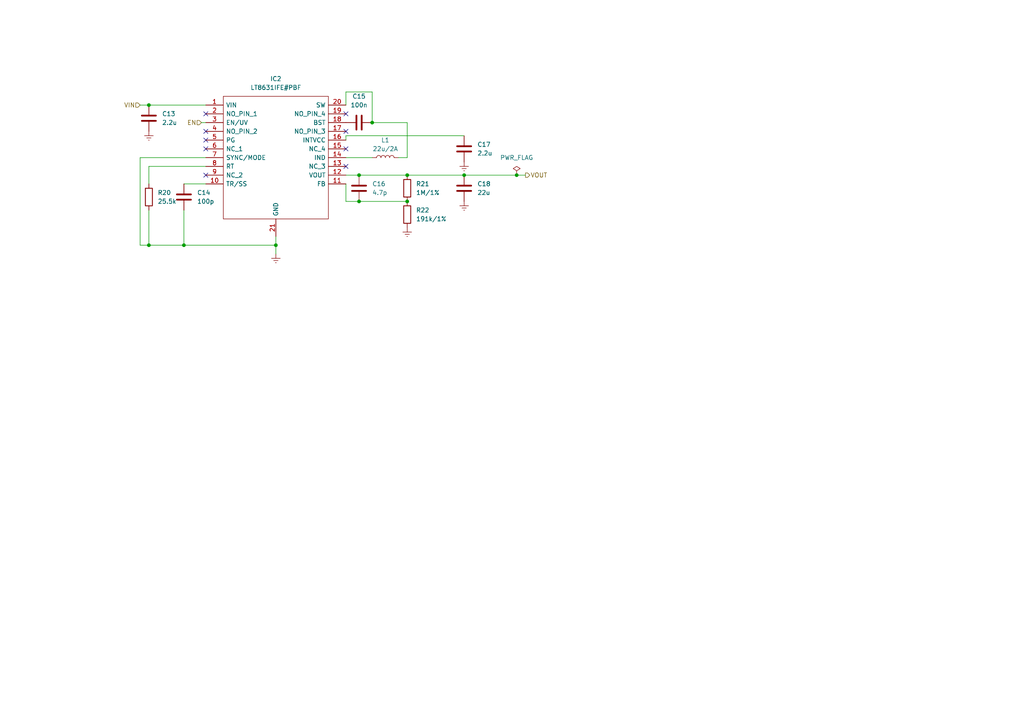
<source format=kicad_sch>
(kicad_sch (version 20231120) (generator "eeschema") (generator_version "8.0")
  (paper "A4")
  (lib_symbols
    (symbol "Device:C" (pin_numbers hide) (pin_names (offset 0.254))
      (property "Reference" "C" (at 0.635 2.54 0))
      (property "Value" "C" (at 0.635 -2.54 0))
      (symbol "C_0_1"
        (polyline (pts (xy -2.032 -0.762) (xy 2.032 -0.762)) (stroke (width 0.508)))
        (polyline (pts (xy -2.032 0.762) (xy 2.032 0.762)) (stroke (width 0.508)))
      )
      (symbol "C_1_1"
        (pin passive line (at 0 3.81 270) (length 2.794) (name "~") (number "1"))
        (pin passive line (at 0 -3.81 90) (length 2.794) (name "~") (number "2"))
      )
    )
    (symbol "Device:L" (pin_numbers hide) (pin_names (offset 1.016) hide)
      (property "Reference" "L" (at -1.27 0 90))
      (property "Value" "L" (at 1.905 0 90))
      (symbol "L_0_1"
        (arc (start 0 -2.54) (mid 0.6323 -1.905) (end 0 -1.27))
        (arc (start 0 -1.27) (mid 0.6323 -0.635) (end 0 0))
        (arc (start 0 0) (mid 0.6323 0.635) (end 0 1.27))
        (arc (start 0 1.27) (mid 0.6323 1.905) (end 0 2.54))
      )
      (symbol "L_1_1"
        (pin passive line (at 0 3.81 270) (length 1.27) (name "1") (number "1"))
        (pin passive line (at 0 -3.81 90) (length 1.27) (name "2") (number "2"))
      )
    )
    (symbol "Device:R" (pin_numbers hide) (pin_names (offset 0))
      (property "Reference" "R" (at 2.032 0 90))
      (property "Value" "R" (at 0 0 90))
      (symbol "R_0_1"
        (rectangle (start -1.016 -2.54) (end 1.016 2.54) (stroke (width 0.254)))
      )
      (symbol "R_1_1"
        (pin passive line (at 0 3.81 270) (length 1.27) (name "~") (number "1"))
        (pin passive line (at 0 -3.81 90) (length 1.27) (name "~") (number "2"))
      )
    )
    (symbol "Samacsys:LT8631IFE#PBF" (pin_names (offset 0.762))
      (property "Reference" "IC" (at 36.83 7.62 0))
      (property "Value" "LT8631IFE#PBF" (at 36.83 5.08 0))
      (symbol "LT8631IFE#PBF_0_0"
        (pin passive line (at 0 0 0) (length 5.08) (name "VIN") (number "1"))
        (pin passive line (at 0 -22.86 0) (length 5.08) (name "TR/SS") (number "10"))
        (pin passive line (at 40.64 -22.86 180) (length 5.08) (name "FB") (number "11"))
        (pin passive line (at 40.64 -20.32 180) (length 5.08) (name "VOUT") (number "12"))
        (pin passive line (at 40.64 -17.78 180) (length 5.08) (name "NC_3") (number "13"))
        (pin passive line (at 40.64 -15.24 180) (length 5.08) (name "IND") (number "14"))
        (pin passive line (at 40.64 -12.7 180) (length 5.08) (name "NC_4") (number "15"))
        (pin passive line (at 40.64 -10.16 180) (length 5.08) (name "INTVCC") (number "16"))
        (pin passive line (at 40.64 -7.62 180) (length 5.08) (name "NO_PIN_3") (number "17"))
        (pin passive line (at 40.64 -5.08 180) (length 5.08) (name "BST") (number "18"))
        (pin passive line (at 40.64 -2.54 180) (length 5.08) (name "NO_PIN_4") (number "19"))
        (pin passive line (at 0 -2.54 0) (length 5.08) (name "NO_PIN_1") (number "2"))
        (pin passive line (at 40.64 0 180) (length 5.08) (name "SW") (number "20"))
        (pin passive line (at 20.32 -38.1 90) (length 5.08) (name "GND") (number "21"))
        (pin passive line (at 0 -5.08 0) (length 5.08) (name "EN/UV") (number "3"))
        (pin passive line (at 0 -7.62 0) (length 5.08) (name "NO_PIN_2") (number "4"))
        (pin passive line (at 0 -10.16 0) (length 5.08) (name "PG") (number "5"))
        (pin passive line (at 0 -12.7 0) (length 5.08) (name "NC_1") (number "6"))
        (pin passive line (at 0 -15.24 0) (length 5.08) (name "SYNC/MODE") (number "7"))
        (pin passive line (at 0 -17.78 0) (length 5.08) (name "RT") (number "8"))
        (pin passive line (at 0 -20.32 0) (length 5.08) (name "NC_2") (number "9"))
      )
      (symbol "LT8631IFE#PBF_0_1"
        (polyline (pts (xy 5.08 2.54) (xy 35.56 2.54) (xy 35.56 -33.02) (xy 5.08 -33.02) (xy 5.08 2.54)) (stroke (width 0.1524)))
      )
    )
    (symbol "power:Earth" (power) (pin_names (offset 0))
      (symbol "Earth_0_1"
        (polyline (pts (xy -0.635 -1.905) (xy 0.635 -1.905)))
        (polyline (pts (xy -0.127 -2.54) (xy 0.127 -2.54)))
        (polyline (pts (xy 0 -1.27) (xy 0 0)))
        (polyline (pts (xy 1.27 -1.27) (xy -1.27 -1.27)))
      )
      (symbol "Earth_1_1"
        (pin power_in line (at 0 0 270) (length 0) hide (name "Earth") (number "1"))
      )
    )
    (symbol "power:PWR_FLAG" (power) (pin_numbers hide) (pin_names (offset 0) hide)
      (property "Value" "PWR_FLAG" (at 0 3.81 0))
      (symbol "PWR_FLAG_0_0"
        (pin power_out line (at 0 0 90) (length 0) (name "~") (number "1"))
      )
      (symbol "PWR_FLAG_0_1"
        (polyline (pts (xy 0 0) (xy 0 1.27) (xy -1.016 1.905) (xy 0 2.54) (xy 1.016 1.905) (xy 0 1.27)))
      )
    )
  )
  (junction (at 104.14 58.42))
  (junction (at 118.11 58.42))
  (junction (at 43.18 30.48))
  (junction (at 80.01 71.12))
  (junction (at 104.14 50.8))
  (junction (at 43.18 71.12))
  (junction (at 107.95 35.56))
  (junction (at 53.34 71.12))
  (junction (at 134.62 50.8))
  (junction (at 149.86 50.8))
  (junction (at 118.11 50.8))
  (no_connect (at 59.69 33.02))
  (no_connect (at 59.69 43.18))
  (no_connect (at 100.33 33.02))
  (no_connect (at 100.33 43.18))
  (no_connect (at 100.33 38.1))
  (no_connect (at 100.33 48.26))
  (no_connect (at 59.69 40.64))
  (no_connect (at 59.69 50.8))
  (no_connect (at 59.69 38.1))
  (wire (pts (xy 104.14 58.42) (xy 118.11 58.42)))
  (wire (pts (xy 40.64 71.12) (xy 43.18 71.12)))
  (wire (pts (xy 107.95 35.56) (xy 118.11 35.56)))
  (wire (pts (xy 53.34 71.12) (xy 80.01 71.12)))
  (wire (pts (xy 134.62 50.8) (xy 149.86 50.8)))
  (wire (pts (xy 80.01 73.66) (xy 80.01 71.12)))
  (wire (pts (xy 59.69 48.26) (xy 43.18 48.26)))
  (wire (pts (xy 58.42 35.56) (xy 59.69 35.56)))
  (wire (pts (xy 118.11 45.72) (xy 115.57 45.72)))
  (wire (pts (xy 107.95 26.67) (xy 107.95 35.56)))
  (wire (pts (xy 80.01 71.12) (xy 80.01 68.58)))
  (wire (pts (xy 100.33 30.48) (xy 100.33 26.67)))
  (wire (pts (xy 40.64 30.48) (xy 43.18 30.48)))
  (wire (pts (xy 104.14 50.8) (xy 118.11 50.8)))
  (wire (pts (xy 43.18 71.12) (xy 53.34 71.12)))
  (wire (pts (xy 43.18 30.48) (xy 59.69 30.48)))
  (wire (pts (xy 118.11 35.56) (xy 118.11 45.72)))
  (wire (pts (xy 107.95 45.72) (xy 100.33 45.72)))
  (wire (pts (xy 43.18 48.26) (xy 43.18 53.34)))
  (wire (pts (xy 104.14 50.8) (xy 100.33 50.8)))
  (wire (pts (xy 118.11 50.8) (xy 134.62 50.8)))
  (wire (pts (xy 40.64 45.72) (xy 40.64 71.12)))
  (wire (pts (xy 100.33 39.37) (xy 134.62 39.37)))
  (wire (pts (xy 53.34 60.96) (xy 53.34 71.12)))
  (wire (pts (xy 100.33 58.42) (xy 104.14 58.42)))
  (wire (pts (xy 149.86 50.8) (xy 152.4 50.8)))
  (wire (pts (xy 100.33 39.37) (xy 100.33 40.64)))
  (wire (pts (xy 59.69 45.72) (xy 40.64 45.72)))
  (wire (pts (xy 43.18 60.96) (xy 43.18 71.12)))
  (wire (pts (xy 100.33 53.34) (xy 100.33 58.42)))
  (wire (pts (xy 53.34 53.34) (xy 59.69 53.34)))
  (wire (pts (xy 100.33 26.67) (xy 107.95 26.67)))
  (hierarchical_label "EN" (shape input) (at 58.42 35.56 180))
  (hierarchical_label "VIN" (shape input) (at 40.64 30.48 180))
  (hierarchical_label "VOUT" (shape output) (at 152.4 50.8 0))
  (symbol (lib_id "Device:C") (at 134.62 43.18 0) (unit 1)
    (property "Reference" "C17" (at 138.43 41.91 0) (effects (justify left)))
    (property "Value" "2.2u" (at 138.43 44.45 0) (effects (justify left)))
    (property "Footprint" "Capacitor_SMD:C_0603_1608Metric" (effects (hide yes)))
  )
  (symbol (lib_id "power:Earth") (at 80.01 73.66 0) (unit 1)
    (property "Reference" "#PWR031" (effects (hide yes)))
    (property "Value" "Earth" (effects (hide yes)))
    (instances (project "BMS_Slave_V1(ADBMS1818)" (path "" (reference "#PWR031") (unit 1))) (project "BMS_Slave" (path "" (reference "#PWR012") (unit 1))))
  )
  (symbol (lib_id "power:PWR_FLAG") (at 149.86 50.8 0) (unit 1)
    (property "Reference" "#FLG01" (effects (hide yes)))
    (property "Value" "PWR_FLAG" (at 149.86 45.72 0))
    (property "Description" "Special symbol for telling ERC where power comes from" (effects (hide yes)))
  )
  (symbol (lib_id "Device:C") (at 43.18 34.29 0) (unit 1)
    (property "Reference" "C13" (at 46.99 33.02 0) (effects (justify left)))
    (property "Value" "2.2u" (at 46.99 35.56 0) (effects (justify left)))
    (property "Footprint" "Capacitor_SMD:C_2220_5750Metric" (effects (hide yes)))
  )
  (symbol (lib_id "Samacsys:LT8631IFE#PBF") (at 59.69 30.48 0) (unit 1)
    (property "Reference" "IC2" (at 80.01 22.86 0))
    (property "Value" "LT8631IFE#PBF" (at 80.01 25.4 0))
    (property "Footprint" "nturt_kicad_lib_EP6:TSSOP-20 FE20(16) (EP Variation CB)" (effects (hide yes)))
    (property "Datasheet" "https://www.analog.com/media/en/technical-documentation/data-sheets/lt8631.pdf" (effects (hide yes)))
    (property "Description" "Switching Voltage Regulators 100V, 1A Sync uP Buck Reg" (effects (hide yes)))
    (property "Height" "1.2" (effects (hide yes)))
    (property "Mouser Part Number" "584-LT8631IFE#PBF" (effects (hide yes)))
    (property "Mouser Price/Stock" "https://www.mouser.co.uk/ProductDetail/Analog-Devices/LT8631IFEPBF?qs=oahfZPh6IALt9hCBxhtB7A%3D%3D" (effects (hide yes)))
    (property "Manufacturer_Name" "Analog Devices" (effects (hide yes)))
    (property "Manufacturer_Part_Number" "LT8631IFE#PBF" (effects (hide yes)))
  )
  (symbol (lib_id "power:Earth") (at 134.62 58.42 0) (unit 1)
    (property "Reference" "#PWR034" (effects (hide yes)))
    (property "Value" "Earth" (effects (hide yes)))
    (instances (project "BMS_Slave_V1(ADBMS1818)" (path "" (reference "#PWR034") (unit 1))) (project "BMS_Slave" (path "" (reference "#PWR012") (unit 1))))
  )
  (symbol (lib_id "Device:C") (at 53.34 57.15 0) (unit 1)
    (property "Reference" "C14" (at 57.15 55.88 0) (effects (justify left)))
    (property "Value" "100p" (at 57.15 58.42 0) (effects (justify left)))
    (property "Footprint" "Capacitor_SMD:C_0603_1608Metric" (effects (hide yes)))
  )
  (symbol (lib_id "Device:R") (at 43.18 57.15 0) (unit 1)
    (property "Reference" "R20" (at 45.72 55.88 0) (effects (justify left)))
    (property "Value" "25.5k" (at 45.72 58.42 0) (effects (justify left)))
    (property "Footprint" "Resistor_SMD:R_0402_1005Metric" (effects (hide yes)))
  )
  (symbol (lib_id "Device:R") (at 118.11 54.61 0) (unit 1)
    (property "Reference" "R21" (at 120.65 53.34 0) (effects (justify left)))
    (property "Value" "1M/1%" (at 120.65 55.88 0) (effects (justify left)))
    (property "Footprint" "Resistor_SMD:R_0402_1005Metric" (effects (hide yes)))
  )
  (symbol (lib_id "power:Earth") (at 118.11 66.04 0) (unit 1)
    (property "Reference" "#PWR032" (effects (hide yes)))
    (property "Value" "Earth" (effects (hide yes)))
    (instances (project "BMS_Slave_V1(ADBMS1818)" (path "" (reference "#PWR032") (unit 1))) (project "BMS_Slave" (path "" (reference "#PWR012") (unit 1))))
  )
  (symbol (lib_id "Device:C") (at 134.62 54.61 0) (unit 1)
    (property "Reference" "C18" (at 138.43 53.34 0) (effects (justify left)))
    (property "Value" "22u" (at 138.43 55.88 0) (effects (justify left)))
    (property "Footprint" "Capacitor_SMD:C_1206_3216Metric" (effects (hide yes)))
  )
  (symbol (lib_id "power:Earth") (at 43.18 38.1 0) (unit 1)
    (property "Reference" "#PWR030" (effects (hide yes)))
    (property "Value" "Earth" (effects (hide yes)))
    (instances (project "BMS_Slave_V1(ADBMS1818)" (path "" (reference "#PWR030") (unit 1))) (project "BMS_Slave" (path "" (reference "#PWR012") (unit 1))))
  )
  (symbol (lib_id "Device:C") (at 104.14 35.56 90) (unit 1)
    (property "Reference" "C15" (at 104.14 27.94 90))
    (property "Value" "100n" (at 104.14 30.48 90))
    (property "Footprint" "Capacitor_SMD:C_0603_1608Metric" (effects (hide yes)))
  )
  (symbol (lib_id "power:Earth") (at 134.62 46.99 0) (unit 1)
    (property "Reference" "#PWR033" (effects (hide yes)))
    (property "Value" "Earth" (effects (hide yes)))
    (instances (project "BMS_Slave_V1(ADBMS1818)" (path "" (reference "#PWR033") (unit 1))) (project "BMS_Slave" (path "" (reference "#PWR012") (unit 1))))
  )
  (symbol (lib_id "Device:L") (at 111.76 45.72 90) (unit 1)
    (property "Reference" "L1" (at 111.76 40.64 90))
    (property "Value" "22u/2A" (at 111.76 43.18 90))
    (property "Footprint" "Inductor_SMD:L_Bourns-SRN8040_8x8.15mm" (effects (hide yes)))
  )
  (symbol (lib_id "Device:R") (at 118.11 62.23 0) (unit 1)
    (property "Reference" "R22" (at 120.65 60.96 0) (effects (justify left)))
    (property "Value" "191k/1%" (at 120.65 63.5 0) (effects (justify left)))
    (property "Footprint" "Resistor_SMD:R_0402_1005Metric" (effects (hide yes)))
  )
  (symbol (lib_id "Device:C") (at 104.14 54.61 180) (unit 1)
    (property "Reference" "C16" (at 107.95 53.34 0) (effects (justify right)))
    (property "Value" "4.7p" (at 107.95 55.88 0) (effects (justify right)))
    (property "Footprint" "Capacitor_SMD:C_0603_1608Metric" (effects (hide yes)))
  )
)
</source>
